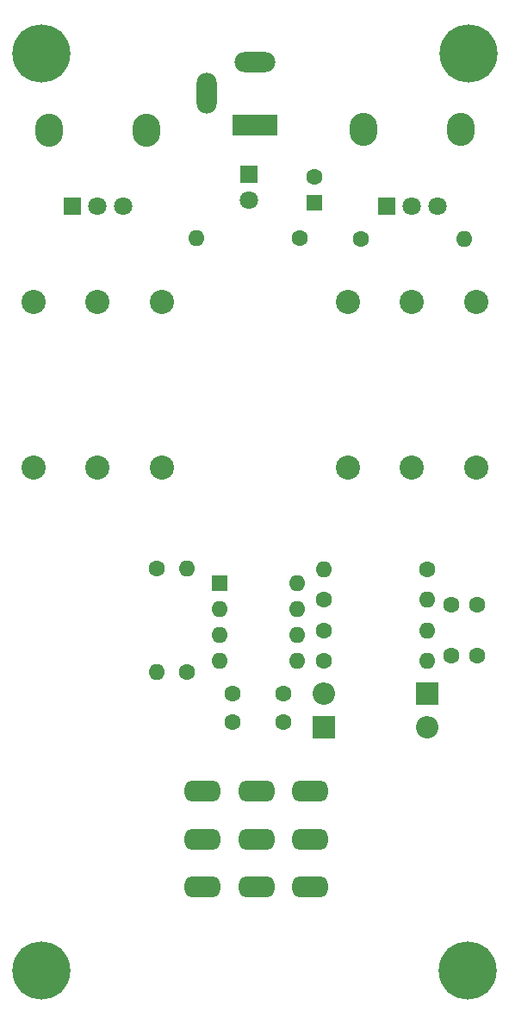
<source format=gbr>
%TF.GenerationSoftware,KiCad,Pcbnew,8.0.3*%
%TF.CreationDate,2024-11-20T23:40:36+02:00*%
%TF.ProjectId,TDS-2,5444532d-322e-46b6-9963-61645f706362,rev?*%
%TF.SameCoordinates,Original*%
%TF.FileFunction,Soldermask,Bot*%
%TF.FilePolarity,Negative*%
%FSLAX46Y46*%
G04 Gerber Fmt 4.6, Leading zero omitted, Abs format (unit mm)*
G04 Created by KiCad (PCBNEW 8.0.3) date 2024-11-20 23:40:36*
%MOMM*%
%LPD*%
G01*
G04 APERTURE LIST*
G04 Aperture macros list*
%AMRoundRect*
0 Rectangle with rounded corners*
0 $1 Rounding radius*
0 $2 $3 $4 $5 $6 $7 $8 $9 X,Y pos of 4 corners*
0 Add a 4 corners polygon primitive as box body*
4,1,4,$2,$3,$4,$5,$6,$7,$8,$9,$2,$3,0*
0 Add four circle primitives for the rounded corners*
1,1,$1+$1,$2,$3*
1,1,$1+$1,$4,$5*
1,1,$1+$1,$6,$7*
1,1,$1+$1,$8,$9*
0 Add four rect primitives between the rounded corners*
20,1,$1+$1,$2,$3,$4,$5,0*
20,1,$1+$1,$4,$5,$6,$7,0*
20,1,$1+$1,$6,$7,$8,$9,0*
20,1,$1+$1,$8,$9,$2,$3,0*%
G04 Aperture macros list end*
%ADD10R,2.200000X2.200000*%
%ADD11O,2.200000X2.200000*%
%ADD12R,4.500000X2.000000*%
%ADD13O,4.000000X2.000000*%
%ADD14O,2.000000X4.000000*%
%ADD15O,2.720000X3.240000*%
%ADD16R,1.800000X1.800000*%
%ADD17C,1.800000*%
%ADD18C,1.600000*%
%ADD19O,1.600000X1.600000*%
%ADD20C,5.700000*%
%ADD21C,2.375700*%
%ADD22R,1.600000X1.600000*%
%ADD23RoundRect,0.656168X-1.093832X-0.343832X1.093832X-0.343832X1.093832X0.343832X-1.093832X0.343832X0*%
G04 APERTURE END LIST*
D10*
%TO.C,D3*%
X160080000Y-110700000D03*
D11*
X149920000Y-110700000D03*
%TD*%
D12*
%TO.C,J1*%
X143150000Y-54950000D03*
D13*
X143150000Y-48750000D03*
D14*
X138450000Y-51750000D03*
%TD*%
D15*
%TO.C,RV2*%
X153800000Y-55350000D03*
X163400000Y-55350000D03*
D16*
X156100000Y-62850000D03*
D17*
X158600000Y-62850000D03*
X161100000Y-62850000D03*
%TD*%
D18*
%TO.C,R7*%
X149920000Y-101500000D03*
D19*
X160080000Y-101500000D03*
%TD*%
D20*
%TO.C,*%
X164150000Y-47900000D03*
%TD*%
D10*
%TO.C,D2*%
X149920000Y-114000000D03*
D11*
X160080000Y-114000000D03*
%TD*%
D18*
%TO.C,C5*%
X162500000Y-107000000D03*
X162500000Y-102000000D03*
%TD*%
%TO.C,R2*%
X133500000Y-98420000D03*
D19*
X133500000Y-108580000D03*
%TD*%
D21*
%TO.C,J6*%
X158610000Y-72309800D03*
X158610000Y-88510000D03*
X164910000Y-72309600D03*
X164910000Y-88510000D03*
X152300000Y-72310000D03*
X152300000Y-88510000D03*
%TD*%
D15*
%TO.C,RV1*%
X122900000Y-55400000D03*
X132500000Y-55400000D03*
D16*
X125200000Y-62900000D03*
D17*
X127700000Y-62900000D03*
X130200000Y-62900000D03*
%TD*%
D20*
%TO.C,*%
X122150000Y-47900000D03*
%TD*%
%TO.C,*%
X122150000Y-137900000D03*
%TD*%
D22*
%TO.C,U1*%
X139700000Y-99880000D03*
D19*
X139700000Y-102420000D03*
X139700000Y-104960000D03*
X139700000Y-107500000D03*
X147320000Y-107500000D03*
X147320000Y-104960000D03*
X147320000Y-102420000D03*
X147320000Y-99880000D03*
%TD*%
D18*
%TO.C,R1*%
X160080000Y-98500000D03*
D19*
X149920000Y-98500000D03*
%TD*%
D18*
%TO.C,R8*%
X153620000Y-66100000D03*
D19*
X163780000Y-66100000D03*
%TD*%
D18*
%TO.C,R6*%
X149920000Y-104500000D03*
D19*
X160080000Y-104500000D03*
%TD*%
D22*
%TO.C,C1*%
X149000000Y-62500000D03*
D18*
X149000000Y-60000000D03*
%TD*%
%TO.C,C2*%
X146000000Y-113500000D03*
X141000000Y-113500000D03*
%TD*%
%TO.C,C4*%
X165000000Y-102000000D03*
X165000000Y-107000000D03*
%TD*%
%TO.C,R4*%
X136500000Y-108580000D03*
D19*
X136500000Y-98420000D03*
%TD*%
D16*
%TO.C,D1*%
X142600000Y-59725000D03*
D17*
X142600000Y-62265000D03*
%TD*%
D18*
%TO.C,R3*%
X147580000Y-66000000D03*
D19*
X137420000Y-66000000D03*
%TD*%
D23*
%TO.C,FTSW1*%
X143300000Y-120300000D03*
X148600000Y-120300000D03*
X138000000Y-120300000D03*
X143300000Y-125000000D03*
X148600000Y-125000000D03*
X138000000Y-125000000D03*
X143300000Y-129700000D03*
X148600000Y-129700000D03*
X138000000Y-129700000D03*
%TD*%
D18*
%TO.C,R5*%
X149920000Y-107500000D03*
D19*
X160080000Y-107500000D03*
%TD*%
D18*
%TO.C,C3*%
X141000000Y-110680000D03*
X146000000Y-110680000D03*
%TD*%
D20*
%TO.C,*%
X164100000Y-137900000D03*
%TD*%
D21*
%TO.C,J5*%
X127680000Y-88500200D03*
X127680000Y-72300000D03*
X121380000Y-88500400D03*
X121380000Y-72300000D03*
X133990000Y-88500000D03*
X133990000Y-72300000D03*
%TD*%
M02*

</source>
